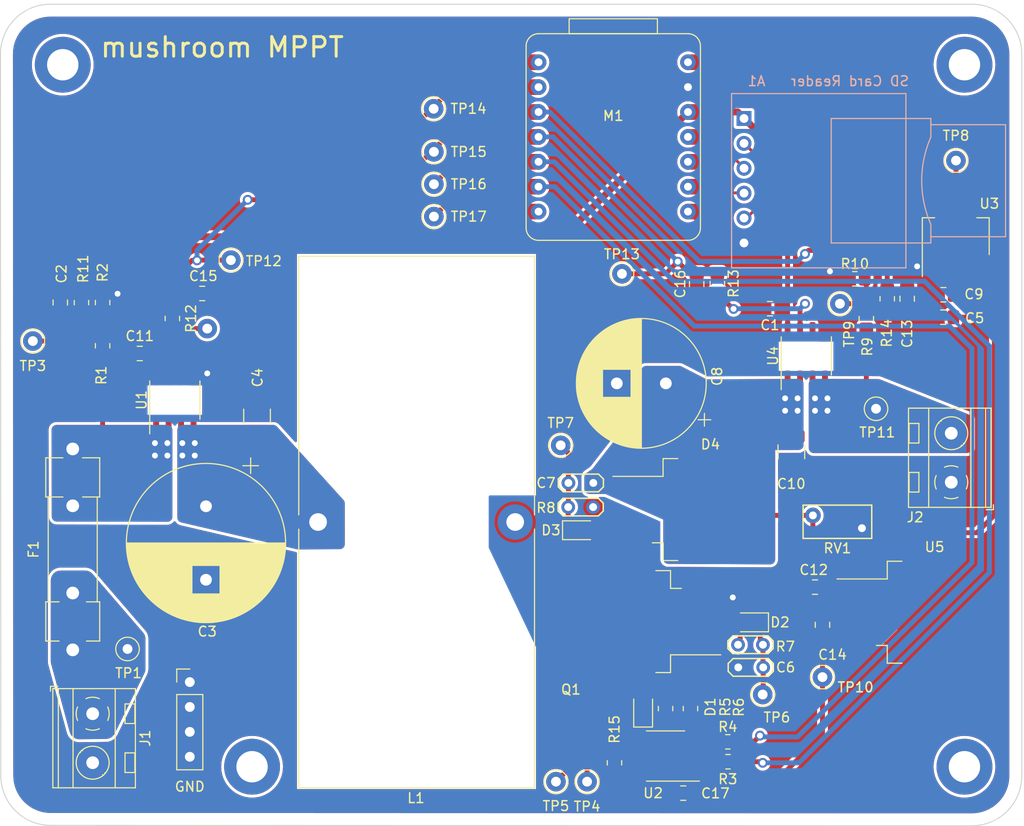
<source format=kicad_pcb>
(kicad_pcb (version 20221018) (generator pcbnew)
  (title_block (comment 4 "AISLER Project ID: MLUYIHPP"))
  (layers (0 "F.Cu" signal) (31 "B.Cu" signal) (34 "B.Paste" user) (35 "F.Paste" user) (36 "B.SilkS" user "B.Silkscreen") (37 "F.SilkS" user "F.Silkscreen") (38 "B.Mask" user) (39 "F.Mask" user) (44 "Edge.Cuts" user))
  (net 0 "")
  (net 1 "+3.3V")
  (net 2 "MOSI")
  (net 3 "CurrentIn")
  (net 4 "VoltageIn")
  (net 5 "CurrentOut")
  (net 6 "VoltageOut")
  (net 7 "SCK")
  (net 8 "MISO")
  (net 9 "GND")
  (net 10 "Net-(D2-K)")
  (net 11 "IN")
  (net 12 "Net-(D3-K)")
  (net 13 "PWM")
  (net 14 "+12V")
  (net 15 "Net-(D1-K)")
  (net 16 "Net-(D1-A)")
  (net 19 "/SW_NODE")
  (net 20 "Net-(F1-Pad2)")
  (net 21 "Net-(U2-IN)")
  (net 22 "Net-(U2-~{SD})")
  (net 23 "Net-(U1-VIOUT)")
  (net 24 "Net-(U4-VIOUT)")
  (net 25 "/SW_OUT")
  (net 26 "/OUT")
  (net 27 "/SW_IN")
  (net 28 "CS")
  (net 29 "SD")
  (net 30 "Net-(U2-HO)")
  (net 31 "Net-(R1-Pad2)")
  (net 32 "Net-(R10-Pad1)")
  (footprint "" (layer "F.Cu") (at 114.808 76.708)
    (fp_text reference "")
    (fp_text value "")
  )
  (footprint "Resistor_SMD:R_0805_2012Metric_Pad1.20x1.40mm_HandSolder" (layer "F.Cu") (at 180.848 71.628 180)
    (fp_text reference "R10")
    (fp_text value "2.2k" hide)
  )
  (footprint "Capacitor_SMD:C_0805_2012Metric_Pad1.18x1.45mm_HandSolder" (layer "F.Cu") (at 189.879 73.254 180)
    (fp_text reference "C9")
    (fp_text value "22u" hide)
  )
  (footprint "Resistor_SMD:R_0805_2012Metric_Pad1.20x1.40mm_HandSolder" (layer "F.Cu") (at 104.14 78.460216 90)
    (fp_text reference "R1")
    (fp_text value "36k" hide)
  )
  (footprint "TestPoint:TestPoint_2Pads_Pitch2.54mm_Drill0.8mm" (layer "F.Cu") (at 171.5008 111.2774 180)
    (fp_text reference "C6")
    (fp_text value "C_snubber")
  )
  (footprint "Capacitor_SMD:C_1210_3225Metric_Pad1.33x2.70mm_HandSolder" (layer "F.Cu") (at 174.371 89.281 -90)
    (fp_text reference "C10")
    (fp_text value "4.7u")
  )
  (footprint "MountingHole:MountingHole_3.2mm_M3_ISO7380_Pad" (layer "F.Cu") (at 192.024 49.784)
    (fp_text reference "REF**" hide)
    (fp_text value "MountingHole_3.2mm_M3_ISO7380_Pad" hide)
  )
  (footprint "TestPoint:TestPoint_2Pads_Pitch2.54mm_Drill0.8mm" (layer "F.Cu") (at 151.638 92.456)
    (fp_text reference "C7")
    (fp_text value "C_snubber")
  )
  (footprint "Resistor_SMD:R_0805_2012Metric_Pad1.20x1.40mm_HandSolder" (layer "F.Cu") (at 167.91 120.904 180)
    (fp_text reference "R3")
    (fp_text value "100" hide)
  )
  (footprint "Capacitor_SMD:C_0805_2012Metric_Pad1.18x1.45mm_HandSolder" (layer "F.Cu") (at 177.546 106.934 90)
    (fp_text reference "C14")
    (fp_text value "0.33u" hide)
  )
  (footprint "Package_TO_SOT_SMD:TO-263-2_TabPin1" (layer "F.Cu") (at 166.116 95.174216)
    (fp_text reference "D4")
    (fp_text value "MBRB1060")
  )
  (footprint "Resistor_SMD:R_0805_2012Metric_Pad1.20x1.40mm_HandSolder" (layer "F.Cu") (at 101.981 74.057 90)
    (fp_text reference "R11")
    (fp_text value "10k")
  )
  (footprint "MountingHole:MountingHole_3.2mm_M3_ISO7380_Pad" (layer "F.Cu") (at 100.076 49.784)
    (fp_text reference "REF**" hide)
    (fp_text value "MountingHole_3.2mm_M3_ISO7380_Pad" hide)
  )
  (footprint "Capacitor_THT:CP_Radial_D16.0mm_P7.50mm" (layer "F.Cu") (at 114.681 94.836462 -90)
    (fp_text reference "C3")
    (fp_text value "1000u")
  )
  (footprint "TestPoint:TestPoint_THTPad_D2.0mm_Drill1.0mm" (layer "F.Cu") (at 191.1604 59.563 180)
    (fp_text reference "TP8")
    (fp_text value "TestPoint" hide)
  )
  (footprint "Resistor_SMD:R_0805_2012Metric_Pad1.20x1.40mm_HandSolder" (layer "F.Cu") (at 164.084 115.478216 -90)
    (fp_text reference "R6")
    (fp_text value "10k" hide)
  )
  (footprint "TestPoint:TestPoint_THTPad_D2.0mm_Drill1.0mm" (layer "F.Cu") (at 137.8966 54.2798)
    (fp_text reference "TP14")
    (fp_text value "TestPoint" hide)
  )
  (footprint "Resistor_SMD:R_0805_2012Metric_Pad1.20x1.40mm_HandSolder" (layer "F.Cu") (at 161.544 115.478216 90)
    (fp_text reference "R5")
    (fp_text value "10" hide)
  )
  (footprint "Package_TO_SOT_SMD:TO-263-3_TabPin2" (layer "F.Cu") (at 157.226 106.604216 180)
    (fp_text reference "Q1")
    (fp_text value "SQM70060EL")
  )
  (footprint "xiao-rp2040:XIAO-RP2040" (layer "F.Cu") (at 147.3225 67.701)
    (fp_text reference "M1")
    (fp_text value "XIAO-RP2040")
  )
  (footprint "TestPoint:TestPoint_2Pads_Pitch2.54mm_Drill0.8mm" (layer "F.Cu") (at 168.9354 108.966)
    (fp_text reference "R7")
    (fp_text value "snubber")
  )
  (footprint "TestPoint:TestPoint_THTPad_D2.0mm_Drill1.0mm" (layer "F.Cu") (at 177.546 112.268 180)
    (fp_text reference "TP10")
    (fp_text value "TestPoint" hide)
  )
  (footprint "TerminalBlock_MetzConnect:TerminalBlock_MetzConnect_Type094_RT03502HBLU_1x02_P5.00mm_Horizontal" (layer "F.Cu") (at 190.678 92.385216 90)
    (fp_text reference "J2")
    (fp_text value "Output")
  )
  (footprint "Capacitor_SMD:C_0805_2012Metric_Pad1.18x1.45mm_HandSolder" (layer "F.Cu") (at 114.3 73.1266 180)
    (fp_text reference "C15")
    (fp_text value "220n")
  )
  (footprint "Resistor_SMD:R_0805_2012Metric_Pad1.20x1.40mm_HandSolder" (layer "F.Cu") (at 167.894 118.872 180)
    (fp_text reference "R4")
    (fp_text value "100")
  )
  (footprint "Resistor_SMD:R_0805_2012Metric_Pad1.20x1.40mm_HandSolder" (layer "F.Cu") (at 166.8272 72.1106 -90)
    (fp_text reference "R13")
    (fp_text value "10k")
  )
  (footprint "TestPoint:TestPoint_THTPad_D2.0mm_Drill1.0mm" (layer "F.Cu") (at 153.543 122.936)
    (fp_text reference "TP4")
    (fp_text value "TestPoint" hide)
  )
  (footprint "Capacitor_THT:CP_Radial_D13.0mm_P5.00mm" (layer "F.Cu") (at 161.573216 82.296 180)
    (fp_text reference "C8")
    (fp_text value "470u")
  )
  (footprint "Package_SO:SOIC-8_3.9x4.9mm_P1.27mm" (layer "F.Cu") (at 161.544 120.320216 180)
    (fp_text reference "U2")
    (fp_text value "IR2104")
  )
  (footprint "TestPoint:TestPoint_THTPad_D2.0mm_Drill1.0mm" (layer "F.Cu") (at 106.68 109.398216 180)
    (fp_text reference "TP1")
    (fp_text value "TestPoint" hide)
  )
  (footprint "Diode_SMD:D_0805_2012Metric_Pad1.15x1.40mm_HandSolder" (layer "F.Cu") (at 159.258 115.503216 90)
    (fp_text reference "D1")
    (fp_text value "D_gatedriver" hide)
  )
  (footprint "TestPoint:TestPoint_THTPad_D2.0mm_Drill1.0mm" (layer "F.Cu") (at 157.099 71.12)
    (fp_text reference "TP13")
    (fp_text value "TestPoint" hide)
  )
  (footprint "Resistor_SMD:R_0805_2012Metric_Pad1.20x1.40mm_HandSolder" (layer "F.Cu") (at 184.15 73.66 -90)
    (fp_text reference "R14")
    (fp_text value "10k")
  )
  (footprint "TestPoint:TestPoint_THTPad_D2.0mm_Drill1.0mm" (layer "F.Cu") (at 183.007 84.887216)
    (fp_text reference "TP11")
    (fp_text value "TestPoint" hide)
  )
  (footprint "MountingHole:MountingHole_3.2mm_M3_ISO7380_Pad" (layer "F.Cu") (at 119.38 121.412)
    (fp_text reference "REF**" hide)
    (fp_text value "MountingHole_3.2mm_M3_ISO7380_Pad" hide)
  )
  (footprint "Package_SO:SOIC-8_3.9x4.9mm_P1.27mm" (layer "F.Cu") (at 175.895 79.488216 90)
    (fp_text reference "U4")
    (fp_text value "TMCS1108A3U")
  )
  (footprint "Diode_SMD:D_0805_2012Metric_Pad1.15x1.40mm_HandSolder" (layer "F.Cu") (at 152.899 97.282)
    (fp_text reference "D3")
    (fp_text value "snubber" hide)
  )
  (footprint "Varistor:RV_Disc_D7mm_W3.4mm_P5mm" (layer "F.Cu") (at 176.57 95.77)
    (fp_text reference "RV1")
    (fp_text value "type=\"I\" model=\"Varistor\" lib=\"\"")
  )
  (footprint "TestPoint:TestPoint_THTPad_D2.0mm_Drill1.0mm" (layer "F.Cu") (at 137.922 65.278)
    (fp_text reference "TP17")
    (fp_text value "TestPoint" hide)
  )
  (footprint "TestPoint:TestPoint_THTPad_D2.0mm_Drill1.0mm" (layer "F.Cu") (at 179.324 74.168)
    (fp_text reference "TP9")
    (fp_text value "TestPoint" hide)
  )
  (footprint "TestPoint:TestPoint_THTPad_D2.0mm_Drill1.0mm" (layer "F.Cu") (at 97.028 77.978 180)
    (fp_text reference "TP3")
    (fp_text value "TestPoint" hide)
  )
  (footprint "TerminalBlock_MetzConnect:TerminalBlock_MetzConnect_Type094_RT03502HBLU_1x02_P5.00mm_Horizontal" (layer "F.Cu") (at 103.124 116.002216 -90)
    (fp_text reference "J1")
    (fp_text value "Input")
  )
  (footprint "Capacitor_SMD:C_0805_2012Metric_Pad1.18x1.45mm_HandSolder" (layer "F.Cu") (at 176.784 103.086 180)
    (fp_text reference "C12")
    (fp_text value "0.33u" hide)
  )
  (footprint "TestPoint:TestPoint_THTPad_D2.0mm_Drill1.0mm" (layer "F.Cu") (at 137.922 58.674)
    (fp_text reference "TP15")
    (fp_text value "TestPoint" hide)
  )
  (footprint "Resistor_SMD:R_0805_2012Metric_Pad1.20x1.40mm_HandSolder" (layer "F.Cu") (at 156.337 121.015 90)
    (fp_text reference "R15")
    (fp_text value "10k")
  )
  (footprint "Resistor_SMD:R_0805_2012Metric_Pad1.20x1.40mm_HandSolder" (layer "F.Cu") (at 104.14 74.0504 90)
    (fp_text reference "R2")
    (fp_text value "2.2k" hide)
  )
  (footprint "Capacitor_SMD:C_0805_2012Metric_Pad1.18x1.45mm_HandSolder" (layer "F.Cu") (at 107.9285 79.248 180)
    (fp_text reference "C11")
    (fp_text value "0.1u")
  )
  (footprint "Inductor_THT:L_Toroid_Vertical_L54.0mm_W23.8mm_P20.10mm_Bourns_5700" (layer "F.Cu") (at 126.111 96.444216 90)
    (fp_text reference "L1")
    (fp_text value "100u")
  )
  (footprint "TestPoint:TestPoint_THTPad_D2.0mm_Drill1.0mm" (layer "F.Cu") (at 117.221 69.723)
    (fp_text reference "TP12")
    (fp_text value "TestPoint" hide)
  )
  (footprint "Capacitor_SMD:C_0805_2012Metric_Pad1.18x1.45mm_HandSolder" (layer "F.Cu") (at 164.719 72.1614 90)
    (fp_text reference "C16")
    (fp_text value "220n")
  )
  (footprint "TestPoint:TestPoint_2Pads_Pitch2.54mm_Drill0.8mm" (layer "F.Cu") (at 154.158 94.920216 180)
    (fp_text reference "R8")
    (fp_text value "snubber")
  )
  (footprint "Package_TO_SOT_SMD:TO-263-3_TabPin2" (layer "F.Cu") (at 188.976 105.645)
    (fp_text reference "U5")
    (fp_text value "MC7812BDTRKG")
  )
  (footprint "Capacitor_SMD:C_0805_2012Metric_Pad1.18x1.45mm_HandSolder" (layer "F.Cu") (at 99.822 74.0449 -90)
    (fp_text reference "C2")
    (fp_text value "220n" hide)
  )
  (footprint "Capacitor_SMD:C_0805_2012Metric_Pad1.18x1.45mm_HandSolder" (layer "F.Cu") (at 189.8575 75.54 180)
    (fp_text reference "C5")
    (fp_text value "10u" hide)
  )
  (footprint "TestPoint:TestPoint_THTPad_D2.0mm_Drill1.0mm" (layer "F.Cu") (at 137.922 61.976)
    (fp_text reference "TP16")
    (fp_text value "TestPoint" hide)
  )
  (footprint "TestPoint:TestPoint_THTPad_D2.0mm_Drill1.0mm" (layer "F.Cu") (at 171.45 114.046)
    (fp_text reference "TP6")
    (fp_text value "TestPoint" hide)
  )
  (footprint "TestPoint:TestPoint_THTPad_D2.0mm_Drill1.0mm" (layer "F.Cu") (at 150.368 122.936)
    (fp_text reference "TP5")
    (fp_text value "TestPoint" hide)
  )
  (footprint "Capacitor_SMD:C_1210_3225Metric_Pad1.33x2.70mm_HandSolder" (layer "F.Cu") (at 119.888 85.6365 90)
    (fp_text reference "C4")
    (fp_text value "4,7u")
  )
  (footprint "Resistor_SMD:R_0805_2012Metric_Pad1.20x1.40mm_HandSolder" (layer "F.Cu") (at 111.252 75.676 -90)
    (fp_text reference "R12")
    (fp_text value "10k")
  )
  (footprint "Diode_SMD:D_0805_2012Metric_Pad1.15x1.40mm_HandSolder" (layer "F.Cu") (at 170.18 106.68 180)
    (fp_text reference "D2")
    (fp_text value "snubber" hide)
  )
  (footprint "Connector_PinHeader_2.54mm:PinHeader_1x04_P2.54mm_Vertical" (layer "F.Cu") (at 113.03 112.776)
    (fp_text reference "GND")
    (fp_text value "TestPoint" hide)
  )
  (footprint "MountingHole:MountingHole_3.2mm_M3_ISO7380_Pad" (layer "F.Cu") (at 192.024 121.412)
    (fp_text reference "REF**" hide)
    (fp_text value "MountingHole_3.2mm_M3_ISO7380_Pad" hide)
  )
  (footprint "Capacitor_SMD:C_0805_2012Metric_Pad1.18x1.45mm_HandSolder" (layer "F.Cu") (at 186.182 73.66 -90)
    (fp_text reference "C13")
    (fp_text value "220n" hide)
  )
  (footprint "Capacitor_SMD:C_0805_2012Metric_Pad1.18x1.45mm_HandSolder" (layer "F.Cu") (at 172.1905 74.676 180)
    (fp_text reference "C1")
    (fp_text value "0.1u")
  )
  (footprint "Package_SO:SOIC-8_3.9x4.9mm_P1.27mm" (layer "F.Cu") (at 111.506 83.998216 90)
    (fp_text reference "U1")
    (fp_text value "TMCS1108A3U")
  )
  (footprint "Fuse:Fuseholder_Clip-5x20mm_Littelfuse_520_Inline_P20.50x5.80mm_D1.30mm_Horizontal" (layer "F.Cu") (at 101.092 109.488216 90)
    (fp_text reference "F1")
    (fp_text value "Fuse")
  )
  (footprint "TestPoint:TestPoint_THTPad_D2.0mm_Drill1.0mm" (layer "F.Cu") (at 150.8506 88.6206 180)
    (fp_text reference "TP7")
    (fp_text value "TestPoint" hide)
  )
  (footprint "Resistor_SMD:R_0805_2012Metric_Pad1.20x1.40mm_HandSolder" (layer "F.Cu") (at 182.0164 75.692 90)
    (fp_text reference "R9")
    (fp_text value "36k" hide)
  )
  (footprint "Package_TO_SOT_SMD:SOT-223-3_TabPin2" (layer "F.Cu") (at 191.135 67.31 90)
    (fp_text reference "U3")
    (fp_text value "TS1117B")
  )
  (footprint "Capacitor_SMD:C_0805_2012Metric_Pad1.18x1.45mm_HandSolder" (layer "F.Cu") (at 163.3513 124.1044 180)
    (fp_text reference "C17")
    (fp_text value "0.1u")
  )
  (footprint "Charleslabs_Parts:SD_Card_Module" (layer "B.Cu") (at 169.545 55.2704 180)
    (fp_text reference "A1")
    (fp_text value "SD Card Reader")
  )
  (gr_arc (start 197.866 122.352216) (mid 196.378102 125.944318) (end 192.786 127.432216) (stroke (width 0.1)) (layer "Edge.Cuts"))
  (gr_line (start 197.866 122.352216) (end 197.866 48.692216) (stroke (width 0.1)) (layer "Edge.Cuts"))
  (gr_line (start 93.726 48.692216) (end 93.762102 122.316114) (stroke (width 0.1)) (layer "Edge.Cuts"))
  (gr_arc (start 98.842102 127.396114) (mid 95.25 125.908216) (end 93.762102 122.316114) (stroke (width 0.1)) (layer "Edge.Cuts"))
  (gr_line (start 98.842102 127.396114) (end 192.786 127.432216) (stroke (width 0.1)) (layer "Edge.Cuts"))
  (gr_line (start 192.786 43.612216) (end 98.806 43.612216) (stroke (width 0.1)) (layer "Edge.Cuts"))
  (gr_arc (start 192.786 43.612216) (mid 196.378102 45.100114) (end 197.866 48.692216) (stroke (width 0.1)) (layer "Edge.Cuts"))
  (gr_arc (start 93.726 48.692216) (mid 95.213898 45.100114) (end 98.806 43.612216) (stroke (width 0.1)) (layer "Edge.Cuts"))
  (gr_text "mushroom MPPT" (at 103.759 48.006) (layer "F.SilkS") (effects (font (size 2 2) (thickness 0.3)) (justify left)))
  (segment (start 191.1604 59.563) (end 191.1604 61.5696) (width 0.5) (layer "F.Cu") (net 1))
  (segment (start 173.99 65.5828) (end 173.99 77.013216) (width 0.5) (layer "F.Cu") (net 1))
  (segment (start 176.2506 63.3222) (end 173.99 65.5828) (width 0.5) (layer "F.Cu") (net 1))
  (segment (start 177.0126 64.0842) (end 191.0592 64.0842) (width 0.7) (layer "F.Cu") (net 1))
  (segment (start 191.135 61.595) (end 191.135 64.16) (width 0.5) (layer "F.Cu") (net 1))
  (segment (start 168.910002 54.61) (end 169.545002 55.245) (width 0.7) (layer "F.Cu") (net 1))
  (segment (start 169.545 55.245) (end 169.545002 55.245) (width 0.3) (layer "F.Cu") (net 1))
  (segment (start 191.1604 61.5696) (end 191.135 61.595) (width 0.5) (layer "F.Cu") (net 1))
  (segment (start 163.83 54.61) (end 168.910002 54.61) (width 0.7) (layer "F.Cu") (net 1))
  (segment (start 111.7346 67.3354) (end 109.601 69.469) (width 0.7) (layer "F.Cu") (net 1))
  (segment (start 190.9165 70.6785) (end 191.135 70.46) (width 0.5) (layer "F.Cu") (net 1))
  (segment (start 151.1046 67.3354) (end 111.7346 67.3354) (width 0.7) (layer "F.Cu") (net 1))
  (segment (start 176.2506 63.3222) (end 177.0126 64.0842) (width 0.7) (layer "F.Cu") (net 1))
  (segment (start 191.135 64.16) (end 191.135 70.46) (width 0.5) (layer "F.Cu") (net 1))
  (segment (start 190.9165 73.254) (end 190.9165 70.6785) (width 0.5) (layer "F.Cu") (net 1))
  (segment (start 176.2506 63.3222) (end 176.2506 61.9506) (width 0.7) (layer "F.Cu") (net 1))
  (segment (start 163.83 54.61) (end 151.1046 67.3354) (width 0.7) (layer "F.Cu") (net 1))
  (segment (start 176.2506 61.9506) (end 169.545 55.245) (width 0.7) (layer "F.Cu") (net 1))
  (segment (start 109.601 69.469) (end 109.601 81.523216) (width 0.7) (layer "F.Cu") (net 1))
  (segment (start 191.0592 64.0842) (end 191.135 64.16) (width 0.7) (layer "F.Cu") (net 1))
  (segment (start 166.37 57.15) (end 169.545 60.325) (width 0.3) (layer "F.Cu") (net 2))
  (segment (start 163.83 57.15) (end 166.37 57.15) (width 0.3) (layer "F.Cu") (net 2))
  (segment (start 113.792 69.723) (end 113.7666 69.7484) (width 0.5) (layer "F.Cu") (net 3))
  (segment (start 148.595 52.07) (end 144.272 52.07) (width 0.5) (layer "F.Cu") (net 3))
  (segment (start 110.871 73.025) (end 110.871 74.692) (width 0.5) (layer "F.Cu") (net 3))
  (segment (start 113.2586 69.7484) (end 113.7666 69.7484) (width 0.5) (layer "F.Cu") (net 3))
  (segment (start 110.871 72.136) (end 113.2586 69.7484) (width 0.5) (layer "F.Cu") (net 3))
  (segment (start 112.7545 73.1266) (end 110.9726 73.1266) (width 0.5) (layer "F.Cu") (net 3))
  (segment (start 144.272 52.07) (end 132.7785 63.5635) (width 0.5) (layer "F.Cu") (net 3))
  (segment (start 132.7785 63.5635) (end 118.9355 63.5635) (width 0.5) (layer "F.Cu") (net 3))
  (segment (start 110.871 73.025) (end 110.871 72.136) (width 0.5) (layer "F.Cu") (net 3))
  (segment (start 117.221 69.723) (end 113.792 69.723) (width 0.5) (layer "F.Cu") (net 3))
  (segment (start 110.9726 73.1266) (end 110.871 73.025) (width 0.5) (layer "F.Cu") (net 3))
  (via (at 118.9355 63.5635) (size 1) (drill 0.6) (layers "F.Cu" "B.Cu") (net 3))
  (via (at 113.7666 69.7484) (size 1) (drill 0.6) (layers "F.Cu" "B.Cu") (net 3))
  (segment (start 118.9355 63.5635) (end 113.7666 68.7324) (width 0.5) (layer "B.Cu") (net 3))
  (segment (start 113.7666 68.7324) (end 113.7666 69.7484) (width 0.5) (layer "B.Cu") (net 3))
  (segment (start 142.4432 49.53) (end 148.595 49.53) (width 0.5) (layer "F.Cu") (net 4))
  (segment (start 101.981 73.057) (end 114.0526 60.9854) (width 0.5) (layer "F.Cu") (net 4))
  (segment (start 101.981 73.057) (end 99.8716 73.057) (width 0.5) (layer "F.Cu") (net 4))
  (segment (start 130.9878 60.9854) (end 142.4432 49.53) (width 0.5) (layer "F.Cu") (net 4))
  (segment (start 114.0526 60.9854) (end 130.9878 60.9854) (width 0.5) (layer "F.Cu") (net 4))
  (segment (start 99.8716 73.057) (end 99.822 73.0074) (width 0.5) (layer "F.Cu") (net 4))
  (segment (start 164.719 71.1239) (end 164.0371 71.1239) (width 0.5) (layer "F.Cu") (net 5))
  (segment (start 166.8272 71.1106) (end 166.8178 71.12) (width 0.5) (layer "F.Cu") (net 5))
  (segment (start 148.595 57.15) (end 146.05 57.15) (width 0.5) (layer "F.Cu") (net 5))
  (segment (start 164.0371 71.1239) (end 162.7886 69.8754) (width 0.5) (layer "F.Cu") (net 5))
  (segment (start 164.7229 71.12) (end 164.719 71.1239) (width 0.5) (layer "F.Cu") (net 5))
  (segment (start 161.544 71.12) (end 162.7886 69.8754) (width 0.5) (layer "F.Cu") (net 5))
  (segment (start 157.099 71.12) (end 161.544 71.12) (width 0.5) (layer "F.Cu") (net 5))
  (segment (start 166.8178 71.12) (end 164.7229 71.12) (width 0.5) (layer "F.Cu") (net 5))
  (segment (start 146.05 57.15) (end 137.922 65.278) (width 0.5) (layer "F.Cu") (net 5))
  (via (at 162.7886 69.8754) (size 1) (drill 0.6) (layers "F.Cu" "B.Cu") (net 5))
  (segment (start 148.595 57.15) (end 150.0632 57.15) (width 0.5) (layer "B.Cu") (net 5))
  (segment (start 150.0632 57.15) (end 162.7886 69.8754) (width 0.5) (layer "B.Cu") (net 5))
  (segment (start 184.15 72.66) (end 186.1445 72.66) (width 0.5) (layer "F.Cu") (net 6))
  (segment (start 186.1445 72.66) (end 186.182 72.6225) (width 0.5) (layer "F.Cu") (net 6))
  (segment (start 184.15 69.9008) (end 184.15 72.66) (width 0.5) (layer "F.Cu") (net 6))
  (segment (start 148.595 54.61) (end 145.288 54.61) (width 0.5) (layer "F.Cu") (net 6))
  (segment (start 182.9816 68.7324) (end 184.15 69.9008) (width 0.5) (layer "F.Cu") (net 6))
  (segment (start 145.288 54.61) (end 137.922 61.976) (width 0.5) (layer "F.Cu") (net 6))
  (segment (start 176.1236 68.7324) (end 182.9816 68.7324) (width 0.5) (layer "F.Cu") (net 6))
  (segment (start 175.768 69.088) (end 176.1236 68.7324) (width 0.5) (layer "F.Cu") (net 6))
  (via (at 175.768 69.088) (size 1) (drill 0.6) (layers "F.Cu" "B.Cu") (net 6))
  (segment (start 175.768 69.088) (end 175.006 69.85) (width 0.5) (layer "B.Cu") (net 6))
  (segment (start 175.006 69.85) (end 164.973 69.85) (width 0.5) (layer "B.Cu") (net 6))
  (segment (start 149.733 54.61) (end 148.595 54.61) (width 0.5) (layer "B.Cu") (net 6))
  (segment (start 164.973 69.85) (end 149.733 54.61) (width 0.5) (layer "B.Cu") (net 6))
  (segment (start 164.465 62.865) (end 163.83 62.23) (width 0.3) (layer "F.Cu") (net 7))
  (segment (start 169.545 62.865) (end 164.465 62.865) (width 0.3) (layer "F.Cu") (net 7))
  (segment (start 169.8244 65.405) (end 171.2722 63.9572) (width 0.3) (layer "F.Cu") (net 8))
  (segment (start 169.545 65.405) (end 169.8244 65.405) (width 0.3) (layer "F.Cu") (net 8))
  (segment (start 168.275 61.595) (end 166.37 59.69) (width 0.3) (layer "F.Cu") (net 8))
  (segment (start 166.37 59.69) (end 163.83 59.69) (width 0.3) (layer "F.Cu") (net 8))
  (segment (start 170.4594 61.595) (end 168.275 61.595) (width 0.3) (layer "F.Cu") (net 8))
  (segment (start 171.2722 62.4078) (end 170.4594 61.595) (width 0.3) (layer "F.Cu") (net 8))
  (segment (start 171.2722 63.9572) (end 171.2722 62.4078) (width 0.3) (layer "F.Cu") (net 8))
  (via (at 187.198 70.358) (size 1) (drill 0.6) (layers "F.Cu" "B.Cu") (net 9))
  (via (at 178.308 70.866) (size 1) (drill 0.6) (layers "F.Cu" "B.Cu") (net 9))
  (via (at 114.808 81.28) (size 1) (drill 0.6) (layers "F.Cu" "B.Cu") (net 9))
  (via (at 168.402 104.14) (size 1) (drill 0.6) (layers "F.Cu" "B.Cu") (net 9))
  (via (at 105.664 73.152) (size 1) (drill 0.6) (layers "F.Cu" "B.Cu") (net 9))
  (segment (start 171.205 108.6956) (end 171.4754 108.966) (width 0.5) (layer "F.Cu") (net 10))
  (segment (start 171.5008 111.2774) (end 171.5008 113.9952) (width 0.5) (layer "F.Cu") (net 10))
  (segment (start 171.205 106.68) (end 171.205 108.6956) (width 0.5) (layer "F.Cu") (net 10))
  (segment (start 171.5008 113.9952) (end 171.45 114.046) (width 0.5) (layer "F.Cu") (net 10))
  (segment (start 171.4754 108.966) (end 171.4754 111.252) (width 0.5) (layer "F.Cu") (net 10))
  (segment (start 171.4754 111.252) (end 171.5008 111.2774) (width 0.5) (layer "F.Cu") (net 10))
  (segment (start 151.618 97.026) (end 151.874 97.282) (width 0.5) (layer "F.Cu") (net 12))
  (segment (start 151.638 92.456) (end 151.638 94.900216) (width 0.5) (layer "F.Cu") (net 12))
  (segment (start 151.638 92.456) (end 151.638 89.408) (width 0.5) (layer "F.Cu") (net 12))
  (segment (start 151.638 94.900216) (end 151.618 94.920216) (width 0.5) (layer "F.Cu") (net 12))
  (segment (start 151.618 94.920216) (end 151.618 97.026) (width 0.5) (layer "F.Cu") (net 12))
  (segment (start 151.638 89.408) (end 150.8506 88.6206) (width 0.5) (layer "F.Cu") (net 12))
  (segment (start 171.339497 120.904) (end 171.45 121.014503) (width 0.5) (layer "F.Cu") (net 13))
  (segment (start 168.91 120.904) (end 171.339497 120.904) (width 0.5) (layer "F.Cu") (net 13))
  (via (at 171.45 121.014503) (size 1) (drill 0.6) (layers "F.Cu" "B.Cu") (net 13))
  (segment (start 162.3822 71.882) (end 187.96 71.882) (width 0.5) (layer "B.Cu") (net 13))
  (segment (start 187.96 71.882) (end 194.564 78.486) (width 0.5) (layer "B.Cu") (net 13))
  (segment (start 175.149497 121.014503) (end 171.45 121.014503) (width 0.5) (layer "B.Cu") (net 13))
  (segment (start 148.595 59.69) (end 150.1902 59.69) (width 0.5) (layer "B.Cu") (net 13))
  (segment (start 194.564 101.6) (end 175.149497 121.014503) (width 0.5) (layer "B.Cu") (net 13))
  (segment (start 150.1902 59.69) (end 162.3822 71.882) (width 0.5) (layer "B.Cu") (net 13))
  (segment (start 194.564 78.486) (end 194.564 101.6) (width 0.5) (layer "B.Cu") (net 13))
  (segment (start 164.3888 124.1044) (end 171.577 124.1044) (width 0.5) (layer "F.Cu") (net 14))
  (segment (start 184.7088 107.1372) (end 183.661 108.185) (width 0.5) (layer "F.Cu") (net 14))
  (segment (start 164.3888 124.1044) (end 164.3888 122.595016) (width 0.5) (layer "F.Cu") (net 14))
  (segment (start 193.294 97.536) (end 195.072 95.758) (width 0.5) (layer "F.Cu") (net 14))
  (segment (start 193.396 75.54) (end 190.895 75.54) (width 0.5) (layer "F.Cu") (net 14))
  (segment (start 184.7088 98.933) (end 184.7088 107.1372) (width 0.5) (layer "F.Cu") (net 14))
  (segment (start 171.577 124.1044) (end 177.546 118.1354) (width 0.5) (layer "F.Cu") (net 14))
  (segment (start 177.546 107.9715) (end 181.1125 107.9715) (width 0.5) (layer "F.Cu") (net 14))
  (segment (start 195.072 76.454) (end 194.158 75.54) (width 0.5) (layer "F.Cu") (net 14))
  (segment (start 177.546 118.1354) (end 177.546 107.9715) (width 0.5) (layer "F.Cu") (net 14))
  (segment (start 181.1125 107.9715) (end 181.326 108.185) (width 0.5) (layer "F.Cu") (net 14))
  (segment (start 164.3888 122.595016) (end 164.019 122.225216) (width 0.5) (layer "F.Cu") (net 14))
  (segment (start 193.435 75.501) (end 193.396 75.54) (width 0.5) (layer "F.Cu") (net 14))
  (segment (start 193.435 70.46) (end 193.435 75.501) (width 0.5) (layer "F.Cu") (net 14))
  (segment (start 183.661 108.185) (end 181.326 108.185) (width 0.5) (layer "F.Cu") (net 14))
  (segment (start 184.7088 98.933) (end 186.1058 97.536) (width 0.5) (layer "F.Cu") (net 14))
  (segment (start 195.072 95.758) (end 195.072 76.454) (width 0.5) (layer "F.Cu") (net 14))
  (segment (start 194.158 75.54) (end 193.396 75.54) (width 0.5) (layer "F.Cu") (net 14))
  (segment (start 186.1058 97.536) (end 193.294 97.536) (width 0.5) (layer "F.Cu") (net 14))
  (segment (start 159.258 116.528216) (end 159.258 118.226216) (width 0.5) (layer "F.Cu") (net 15))
  (segment (start 159.258 118.226216) (end 159.069 118.415216) (width 0.5) (layer "F.Cu") (net 15))
  (segment (start 161.544 116.478216) (end 159.308 116.478216) (width 0.5) (layer "F.Cu") (net 15))
  (segment (start 159.308 116.478216) (end 159.258 116.528216) (width 0.5) (layer "F.Cu") (net 15))
  (segment (start 156.031784 114.478216) (end 153.543 116.967) (width 0.5) (layer "F.Cu") (net 16))
  (segment (start 153.543 116.967) (end 153.543 122.936) (width 0.5) (layer "F.Cu") (net 16))
  (segment (start 164.084 114.478216) (end 164.852 113.710216) (width 0.5) (layer "F.Cu") (net 16))
  (segment (start 159.258 114.478216) (end 156.031784 114.478216) (width 0.5) (layer "F.Cu") (net 16))
  (segment (start 164.852 113.710216) (end 164.852 109.144216) (width 0.5) (layer "F.Cu") (net 16))
  (segment (start 161.544 114.478216) (end 164.084 114.478216) (width 0.5) (layer "F.Cu") (net 16))
  (segment (start 159.258 114.478216) (end 161.544 114.478216) (width 0.5) (layer "F.Cu") (net 16))
  (segment (start 164.852 106.604216) (end 155.702 106.604216) (width 0.5) (layer "F.Cu") (net 19))
  (segment (start 169.155 108.7464) (end 168.9354 108.966) (width 0.5) (layer "F.Cu") (net 19))
  (segment (start 169.079216 106.604216) (end 169.155 106.68) (width 0.5) (layer "F.Cu") (net 19))
  (segment (start 164.876 106.604216) (end 169.079216 106.604216) (width 0.5) (layer "F.Cu") (net 19))
  (segment (start 155.702 112.319216) (end 155.702 106.604216) (width 0.5) (layer "F.Cu") (net 19))
  (segment (start 150.368 122.936) (end 151.892 121.412) (width 0.5) (layer "F.Cu") (net 19))
  (segment (start 169.155 106.68) (end 169.155 108.7464) (width 0.5) (layer "F.Cu") (net 19))
  (segment (start 151.892 116.129216) (end 155.702 112.319216) (width 0.5) (layer "F.Cu") (net 19))
  (segment (start 151.892 121.412) (end 151.892 116.129216) (width 0.5) (layer "F.Cu") (net 19))
  (segment (start 104.14 79.460216) (end 104.14 87.046216) (width 0.5) (layer "F.Cu") (net 20))
  (via (at 110.744 89.662) (size 1) (drill 0.6) (layers "F.Cu" "B.Cu") (net 20))
  (via (at 109.474 88.392) (size 1) (drill 0.6) (layers "F.Cu" "B.Cu") (net 20))
  (via (at 109.474 89.662) (size 1) (drill 0.6) (layers "F.Cu" "B.Cu") (net 20))
  (via (at 110.744 88.392) (size 1) (drill 0.6) (layers "F.Cu" "B.Cu") (net 20))
  (segment (start 166.858784 120.955216) (end 166.91 120.904) (width 0.5) (layer "F.Cu") (net 21))
  (segment (start 164.019 120.955216) (end 166.858784 120.955216) (width 0.5) (layer "F.Cu") (net 21))
  (segment (start 166.080784 119.685216) (end 166.894 118.872) (width 0.5) (layer "F.Cu") (net 22))
  (segment (start 164.019 119.685216) (end 166.080784 119.685216) (width 0.5) (layer "F.Cu") (net 22))
  (segment (start 110.871 76.692) (end 110.871 81.523216) (width 0.5) (layer "F.Cu") (net 23))
  (segment (start 111.284 76.708) (end 111.252 76.676) (width 0.5) (layer "F.Cu") (net 23))
  (segment (start 114.808 76.708) (end 111.284 76.708) (width 0.5) (layer "F.Cu") (net 23))
  (segment (start 175.26 74.676) (end 175.768 74.168) (width 0.5) (layer "F.Cu") (net 24))
  (segment (start 168.418 74.7014) (end 166.8272 73.1106) (width 0.5) (layer "F.Cu") (net 24))
  (segment (start 175.26 77.013216) (end 175.26 74.676) (width 0.5) (layer "F.Cu") (net 24))
  (segment (start 168.4782 74.7014) (end 168.418 74.7014) (width 0.5) (layer "F.Cu") (net 24))
  (via (at 175.768 74.168) (size 1) (drill 0.6) (layers "F.Cu" "B.Cu") (net 24))
  (via (at 168.4782 74.7014) (size 1) (drill 0.6) (layers "F.Cu" "B.Cu") (net 24))
  (segment (start 168.5036 74.676) (end 175.26 74.676) (width 0.5) (layer "B.Cu") (net 24))
  (segment (start 175.26 74.676) (end 175.768 74.168) (width 0.5) (layer "B.Cu") (net 24))
  (segment (start 168.4782 74.7014) (end 168.5036 74.676) (width 0.5) (layer "B.Cu") (net 24))
  (segment (start 181.87 103.105) (end 177.8405 103.105) (width 0.5) (layer "F.Cu") (net 25))
  (segment (start 177.951 102.9565) (end 177.8215 103.086) (width 0.5) (layer "F.Cu") (net 25))
  (segment (start 176.57 95.77) (end 176.57 98.084) (width 0.5) (layer "F.Cu") (net 25))
  (segment (start 176.57 98.084) (end 177.951 99.465) (width 0.5) (layer "F.Cu") (net 25))
  (segment (start 177.8405 103.105) (end 177.8215 103.086) (width 0.5) (layer "F.Cu") (net 25))
  (segment (start 177.951 99.465) (end 177.951 102.9565) (width 0.5) (layer "F.Cu") (net 25))
  (segment (start 176.57 95.77) (end 168.308784 95.77) (width 0.5) (layer "F.Cu") (net 25))
  (via (at 175.006 85.09) (size 1) (drill 0.6) (layers "F.Cu" "B.Cu") (net 25))
  (via (at 175.006 83.82) (size 1) (drill 0.6) (layers "F.Cu" "B.Cu") (net 25))
  (via (at 173.736 83.82) (size 1) (drill 0.6) (layers "F.Cu" "B.Cu") (net 25))
  (via (at 173.736 85.09) (size 1) (drill 0.6) (layers "F.Cu" "B.Cu") (net 25))
  (segment (start 182.0164 76.692) (end 182.0164 82.474216) (width 0.5) (layer "F.Cu") (net 26))
  (via (at 176.784 85.09) (size 1) (drill 0.6) (layers "F.Cu" "B.Cu") (net 26))
  (via (at 178.054 83.82) (size 1) (drill 0.6) (layers "F.Cu" "B.Cu") (net 26))
  (via (at 178.054 85.09) (size 1) (drill 0.6) (layers "F.Cu" "B.Cu") (net 26))
  (via (at 176.784 83.82) (size 1) (drill 0.6) (layers "F.Cu" "B.Cu") (net 26))
  (via (at 113.538 89.662) (size 1) (drill 0.6) (layers "F.Cu" "B.Cu") (net 27))
  (via (at 113.538 88.392) (size 1) (drill 0.6) (layers "F.Cu" "B.Cu") (net 27))
  (via (at 112.268 89.662) (size 1) (drill 0.6) (layers "F.Cu" "B.Cu") (net 27))
  (via (at 112.268 88.392) (size 1) (drill 0.6) (layers "F.Cu" "B.Cu") (net 27))
  (segment (start 169.545 57.785) (end 172.085 60.325) (width 0.3) (layer "F.Cu") (net 28))
  (segment (start 170.1546 66.675) (end 165.735 66.675) (width 0.3) (layer "F.Cu") (net 28))
  (segment (start 165.735 66.675) (end 163.83 64.77) (width 0.3) (layer "F.Cu") (net 28))
  (segment (start 172.085 60.325) (end 172.085 64.7446) (width 0.3) (layer "F.Cu") (net 28))
  (segment (start 172.085 64.7446) (end 170.1546 66.675) (width 0.3) (layer "F.Cu") (net 28))
  (segment (start 170.5356 118.872) (end 171.1706 118.237) (width 0.5) (layer "F.Cu") (net 29))
  (segment (start 168.894 118.872) (end 170.5356 118.872) (width 0.5) (layer "F.Cu") (net 29))
  (via (at 171.1706 118.237) (size 1) (drill 0.6) (layers "F.Cu" "B.Cu") (net 29))
  (segment (start 175.006 118.364) (end 192.786 100.584) (width 0.5) (layer "B.Cu") (net 29))
  (segment (start 192.786 78.74) (end 190.5 76.454) (width 0.5) (layer "B.Cu") (net 29))
  (segment (start 190.5 76.454) (end 164.48361 76.454) (width 0.5) (layer "B.Cu") (net 29))
  (segment (start 150.25961 62.23) (end 148.595 62.23) (width 0.5) (layer "B.Cu") (net 29))
  (segment (start 164.48361 76.454) (end 150.25961 62.23) (width 0.5) (layer "B.Cu") (net 29))
  (segment (start 171.2976 118.364) (end 175.006 118.364) (width 0.5) (layer "B.Cu") (net 29))
  (segment (start 192.786 100.584) (end 192.786 78.74) (width 0.5) (layer "B.Cu") (net 29))
  (segment (start 171.1706 118.237) (end 171.2976 118.364) (width 0.5) (layer "B.Cu") (net 29))
  (segment (start 157.48 120.015) (end 157.809784 119.685216) (width 0.3) (layer "F.Cu") (net 30))
  (segment (start 159.069 119.685216) (end 159.069 120.955216) (width 0.3) (layer "F.Cu") (net 30))
  (segment (start 157.809784 119.685216) (end 159.069 119.685216) (width 0.3) (layer "F.Cu") (net 30))
  (segment (start 156.337 120.015) (end 157.48 120.015) (width 0.3) (layer "F.Cu") (net 30))
  (segment (start 159.069 120.955216) (end 159.069 122.225216) (width 0.3) (layer "F.Cu") (net 30))
  (segment (start 101.981 75.057) (end 99.06 77.978) (width 0.5) (layer "F.Cu") (net 31))
  (segment (start 104.14 75.0504) (end 101.9876 75.0504) (width 0.5) (layer "F.Cu") (net 31))
  (segment (start 101.9876 75.0504) (end 101.981 75.057) (width 0.5) (layer "F.Cu") (net 31))
  (segment (start 99.06 77.978) (end 97.028 77.978) (width 0.5) (layer "F.Cu") (net 31))
  (segment (start 104.14 77.460216) (end 104.14 75.0504) (width 0.5) (layer "F.Cu") (net 31))
  (segment (start 182.0164 74.692) (end 184.118 74.692) (width 0.5) (layer "F.Cu") (net 32))
  (segment (start 179.324 74.168) (end 181.4924 74.168) (width 0.5) (layer "F.Cu") (net 32))
  (segment (start 182.0164 74.692) (end 182.0164 71.917216) (width 0.5) (layer "F.Cu") (net 32))
  (segment (start 184.118 74.692) (end 184.15 74.66) (width 0.5) (layer "F.Cu") (net 32))
  (segment (start 181.4924 74.168) (end 182.0164 74.692) (width 0.5) (layer "F.Cu") (net 32))
  (zone (net 19) (net_name "/SW_NODE") (layer "F.Cu") (priority 1) (connect_pads yes (clearance 0.3)) (min_thickness 0.254) (fill yes (thermal_gap 0.508) (thermal_bridge_width 0.508) (smoothing fillet) (radius 1))
    (polygon (pts (xy 160.782 96.52) (xy 160.782 101.5746) (xy 160.5788 101.575016) (xy 160.58272 112.243041) (xy 150.1648 112.2172) (xy 143.8148 98.8568) (xy 143.8148 93.98) (xy 155.3464 93.98)))
  )
  (zone (net 9) (net_name "GND") (layers "F&B.Cu") (connect_pads yes (clearance 0.3)) (min_thickness 0.254) (fill yes (thermal_gap 0.508) (thermal_bridge_width 0.508))
    (polygon (pts (xy 198.12 127) (xy 93.98 127) (xy 93.98 43.18) (xy 198.12 43.18)))
  )
  (zone (net 0) (net_name "") (layers "F&B.Cu") (connect_pads (clearance 0)) (min_thickness 0.25)
    (keepout (tracks not_allowed) (vias not_allowed) (pads not_allowed) (copperpour not_allowed) (footprints allowed))
    (fill (thermal_gap 0.5) (thermal_bridge_width 0.5))
    (polygon (pts (xy 123.952 69.088) (xy 148.336 69.088) (xy 148.336 93.726) (xy 143.51 93.726) (xy 143.51 99.06) (xy 148.336 109.22) (xy 148.336 123.698) (xy 123.952 123.698) (xy 123.952 99.568) (xy 129.286 99.568) (xy 129.286 94.234) (xy 123.952 88.392)))
  )
  (zone (net 0) (net_name "") (layers "F&B.Cu") (connect_pads (clearance 0)) (min_thickness 0.25)
    (keepout (tracks allowed) (vias allowed) (pads allowed) (copperpour not_allowed) (footprints allowed))
    (fill (thermal_gap 0.5) (thermal_bridge_width 0.5))
    (polygon (pts (xy 108.712 82.4992) (xy 114.3 82.4992) (xy 114.3 85.4964) (xy 108.712 85.4964)))
  )
  (zone (net 26) (net_name "/OUT") (layers "F&B.Cu") (priority 1) (connect_pads yes (clearance 0.3)) (min_thickness 0.254) (fill yes (thermal_gap 0.508) (thermal_bridge_width 0.508) (smoothing fillet) (radius 0.5))
    (polygon (pts (xy 192.786 85.598) (xy 192.786 89.408) (xy 188.976 89.408) (xy 176.149 89.408) (xy 176.149 83.109216) (xy 176.149 81.839216) (xy 183.3372 81.8642)))
  )
  (zone (net 25) (net_name "/SW_OUT") (layers "F&B.Cu") (priority 1) (connect_pads yes (clearance 0.3)) (min_thickness 0.254) (fill yes (thermal_gap 0.508) (thermal_bridge_width 0.508) (smoothing fillet) (radius 0.5))
    (polygon (pts (xy 161.3154 100.711) (xy 161.3154 96.1898) (xy 155.3972 93.5736) (xy 153.2636 93.5736) (xy 153.2636 91.5924) (xy 154.0764 91.0336) (xy 159.0548 84.6328) (xy 159.0548 80.518) (xy 163.068 80.518) (xy 165.735 81.8896) (xy 175.6156 81.839185) (xy 175.614141 89.087044) (xy 172.718403 89.092979) (xy 172.72 100.76812)))
  )
  (zone (net 27) (net_name "/SW_IN") (layers "F&B.Cu") (priority 1) (connect_pads yes (clearance 0.3)) (min_thickness 0.254) (fill yes (thermal_gap 0.508) (thermal_bridge_width 0.508) (smoothing fillet) (radius 0.5))
    (polygon (pts (xy 121.7676 86.5378) (xy 128.8288 94.3356) (xy 128.831488 99.212386) (xy 124.030888 99.237786) (xy 111.76 96.393) (xy 111.76 86.538216) (xy 114.681 86.5378)))
  )
  (zone (net 20) (net_name "Net-(F1-Pad2)") (layers "F&B.Cu") (priority 1) (connect_pads yes (clearance 0.3)) (min_thickness 0.254) (fill yes (thermal_gap 0.508) (thermal_bridge_width 0.508) (smoothing fillet) (radius 0.5))
    (polygon (pts (xy 111.252 89.916) (xy 111.252 96.4184) (xy 98.9584 96.393) (xy 98.933 86.538216) (xy 111.252 86.538216)))
  )
  (zone (net 0) (net_name "") (layers "F&B.Cu") (connect_pads (clearance 0)) (min_thickness 0.25)
    (keepout (tracks allowed) (vias allowed) (pads allowed) (copperpour not_allowed) (footprints allowed))
    (fill (thermal_gap 0.5) (thermal_bridge_width 0.5))
    (polygon (pts (xy 173.0756 78.0288) (xy 178.6636 78.0288) (xy 178.6636 81.026) (xy 173.0756 81.026)))
  )
  (zone (net 11) (net_name "IN") (layers "F&B.Cu") (priority 1) (connect_pads yes (clearance 0.3)) (min_thickness 0.254) (fill yes (thermal_gap 0.508) (thermal_bridge_width 0.508) (smoothing fillet) (radius 1))
    (polygon (pts (xy 108.5088 111.6584) (xy 105.1052 118.5672) (xy 100.9904 118.618) (xy 98.8568 110.7948) (xy 98.8568 101.3968) (xy 102.8192 101.3968) (xy 108.5088 108.0008)))
  )
)
</source>
